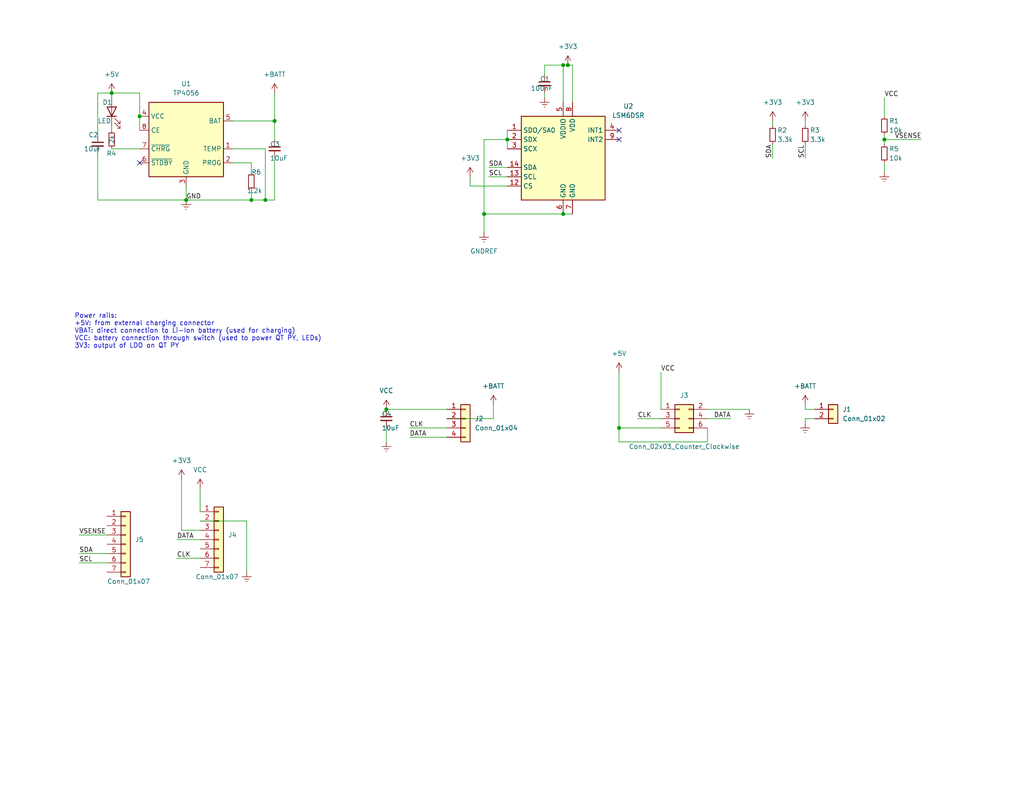
<source format=kicad_sch>
(kicad_sch (version 20211123) (generator eeschema)
  (paper "USLetter")
  (lib_symbols
    (symbol "Connector_Generic:Conn_01x02" (pin_names (offset 1.016) hide)
      (property "Reference" "J" (at 0 2.54 0))
      (property "Value" "Conn_01x02" (at 0 -5.08 0))
      (symbol "Conn_01x02_1_1"
        (rectangle (start -1.27 -2.413) (end 0 -2.667) (stroke (width 0.1524)))
        (rectangle (start -1.27 0.127) (end 0 -0.127) (stroke (width 0.1524)))
        (rectangle (start -1.27 1.27) (end 1.27 -3.81) (stroke (width 0.254)) (fill (type background)))
        (pin passive line (at -5.08 0 0) (length 3.81) (name "Pin_1") (number "1"))
        (pin passive line (at -5.08 -2.54 0) (length 3.81) (name "Pin_2") (number "2"))
      )
    )
    (symbol "Connector_Generic:Conn_01x04" (pin_names (offset 1.016) hide)
      (property "Reference" "J" (at 0 5.08 0))
      (property "Value" "Conn_01x04" (at 0 -7.62 0))
      (symbol "Conn_01x04_1_1"
        (rectangle (start -1.27 -4.953) (end 0 -5.207) (stroke (width 0.1524)))
        (rectangle (start -1.27 -2.413) (end 0 -2.667) (stroke (width 0.1524)))
        (rectangle (start -1.27 0.127) (end 0 -0.127) (stroke (width 0.1524)))
        (rectangle (start -1.27 2.667) (end 0 2.413) (stroke (width 0.1524)))
        (rectangle (start -1.27 3.81) (end 1.27 -6.35) (stroke (width 0.254)) (fill (type background)))
        (pin passive line (at -5.08 2.54 0) (length 3.81) (name "Pin_1") (number "1"))
        (pin passive line (at -5.08 0 0) (length 3.81) (name "Pin_2") (number "2"))
        (pin passive line (at -5.08 -2.54 0) (length 3.81) (name "Pin_3") (number "3"))
        (pin passive line (at -5.08 -5.08 0) (length 3.81) (name "Pin_4") (number "4"))
      )
    )
    (symbol "Connector_Generic:Conn_01x07" (pin_names (offset 1.016) hide)
      (property "Reference" "J" (at 0 10.16 0))
      (property "Value" "Conn_01x07" (at 0 -10.16 0))
      (symbol "Conn_01x07_1_1"
        (rectangle (start -1.27 -7.493) (end 0 -7.747) (stroke (width 0.1524)))
        (rectangle (start -1.27 -4.953) (end 0 -5.207) (stroke (width 0.1524)))
        (rectangle (start -1.27 -2.413) (end 0 -2.667) (stroke (width 0.1524)))
        (rectangle (start -1.27 0.127) (end 0 -0.127) (stroke (width 0.1524)))
        (rectangle (start -1.27 2.667) (end 0 2.413) (stroke (width 0.1524)))
        (rectangle (start -1.27 5.207) (end 0 4.953) (stroke (width 0.1524)))
        (rectangle (start -1.27 7.747) (end 0 7.493) (stroke (width 0.1524)))
        (rectangle (start -1.27 8.89) (end 1.27 -8.89) (stroke (width 0.254)) (fill (type background)))
        (pin passive line (at -5.08 7.62 0) (length 3.81) (name "Pin_1") (number "1"))
        (pin passive line (at -5.08 5.08 0) (length 3.81) (name "Pin_2") (number "2"))
        (pin passive line (at -5.08 2.54 0) (length 3.81) (name "Pin_3") (number "3"))
        (pin passive line (at -5.08 0 0) (length 3.81) (name "Pin_4") (number "4"))
        (pin passive line (at -5.08 -2.54 0) (length 3.81) (name "Pin_5") (number "5"))
        (pin passive line (at -5.08 -5.08 0) (length 3.81) (name "Pin_6") (number "6"))
        (pin passive line (at -5.08 -7.62 0) (length 3.81) (name "Pin_7") (number "7"))
      )
    )
    (symbol "Connector_Generic:Conn_02x03_Odd_Even" (pin_names (offset 1.016) hide)
      (property "Reference" "J" (at 1.27 5.08 0))
      (property "Value" "Conn_02x03_Odd_Even" (at 1.27 -5.08 0))
      (symbol "Conn_02x03_Odd_Even_1_1"
        (rectangle (start -1.27 -2.413) (end 0 -2.667) (stroke (width 0.1524)))
        (rectangle (start -1.27 0.127) (end 0 -0.127) (stroke (width 0.1524)))
        (rectangle (start -1.27 2.667) (end 0 2.413) (stroke (width 0.1524)))
        (rectangle (start -1.27 3.81) (end 3.81 -3.81) (stroke (width 0.254)) (fill (type background)))
        (rectangle (start 3.81 -2.413) (end 2.54 -2.667) (stroke (width 0.1524)))
        (rectangle (start 3.81 0.127) (end 2.54 -0.127) (stroke (width 0.1524)))
        (rectangle (start 3.81 2.667) (end 2.54 2.413) (stroke (width 0.1524)))
        (pin passive line (at -5.08 2.54 0) (length 3.81) (name "Pin_1") (number "1"))
        (pin passive line (at 7.62 2.54 180) (length 3.81) (name "Pin_2") (number "2"))
        (pin passive line (at -5.08 0 0) (length 3.81) (name "Pin_3") (number "3"))
        (pin passive line (at 7.62 0 180) (length 3.81) (name "Pin_4") (number "4"))
        (pin passive line (at -5.08 -2.54 0) (length 3.81) (name "Pin_5") (number "5"))
        (pin passive line (at 7.62 -2.54 180) (length 3.81) (name "Pin_6") (number "6"))
      )
    )
    (symbol "Device:C_Small" (pin_numbers hide) (pin_names (offset 0.254) hide)
      (property "Reference" "C" (at 0.254 1.778 0))
      (property "Value" "C_Small" (at 0.254 -2.032 0))
      (symbol "C_Small_0_1"
        (polyline (pts (xy -1.524 -0.508) (xy 1.524 -0.508)) (stroke (width 0.3302)))
        (polyline (pts (xy -1.524 0.508) (xy 1.524 0.508)) (stroke (width 0.3048)))
      )
      (symbol "C_Small_1_1"
        (pin passive line (at 0 2.54 270) (length 2.032) (name "~") (number "1"))
        (pin passive line (at 0 -2.54 90) (length 2.032) (name "~") (number "2"))
      )
    )
    (symbol "Device:LED" (pin_numbers hide) (pin_names (offset 1.016) hide)
      (property "Reference" "D" (at 0 2.54 0))
      (property "Value" "LED" (at 0 -2.54 0))
      (symbol "LED_0_1"
        (polyline (pts (xy -1.27 -1.27) (xy -1.27 1.27)) (stroke (width 0.254)))
        (polyline (pts (xy -1.27 0) (xy 1.27 0)))
        (polyline (pts (xy 1.27 -1.27) (xy 1.27 1.27) (xy -1.27 0) (xy 1.27 -1.27)) (stroke (width 0.254)))
        (polyline (pts (xy -3.048 -0.762) (xy -4.572 -2.286) (xy -3.81 -2.286) (xy -4.572 -2.286) (xy -4.572 -1.524)))
        (polyline (pts (xy -1.778 -0.762) (xy -3.302 -2.286) (xy -2.54 -2.286) (xy -3.302 -2.286) (xy -3.302 -1.524)))
      )
      (symbol "LED_1_1"
        (pin passive line (at -3.81 0 0) (length 2.54) (name "K") (number "1"))
        (pin passive line (at 3.81 0 180) (length 2.54) (name "A") (number "2"))
      )
    )
    (symbol "Device:R_Small" (pin_numbers hide) (pin_names (offset 0.254) hide)
      (property "Reference" "R" (at 0.762 0.508 0))
      (property "Value" "R_Small" (at 0.762 -1.016 0))
      (symbol "R_Small_0_1"
        (rectangle (start -0.762 1.778) (end 0.762 -1.778) (stroke (width 0.2032)))
      )
      (symbol "R_Small_1_1"
        (pin passive line (at 0 2.54 270) (length 0.762) (name "~") (number "1"))
        (pin passive line (at 0 -2.54 90) (length 0.762) (name "~") (number "2"))
      )
    )
    (symbol "power:+3V3" (power) (pin_names (offset 0))
      (property "Value" "+3V3" (at 0 3.556 0))
      (symbol "+3V3_0_1"
        (polyline (pts (xy -0.762 1.27) (xy 0 2.54)))
        (polyline (pts (xy 0 0) (xy 0 2.54)))
        (polyline (pts (xy 0 2.54) (xy 0.762 1.27)))
      )
      (symbol "+3V3_1_1"
        (pin power_in line (at 0 0 90) (length 0) hide (name "+3V3") (number "1"))
      )
    )
    (symbol "power:+5V" (power) (pin_names (offset 0))
      (property "Value" "+5V" (at 0 3.556 0))
      (symbol "+5V_0_1"
        (polyline (pts (xy -0.762 1.27) (xy 0 2.54)))
        (polyline (pts (xy 0 0) (xy 0 2.54)))
        (polyline (pts (xy 0 2.54) (xy 0.762 1.27)))
      )
      (symbol "+5V_1_1"
        (pin power_in line (at 0 0 90) (length 0) hide (name "+5V") (number "1"))
      )
    )
    (symbol "power:+BATT" (power) (pin_names (offset 0))
      (property "Value" "+BATT" (at 0 3.556 0))
      (symbol "+BATT_0_1"
        (polyline (pts (xy -0.762 1.27) (xy 0 2.54)))
        (polyline (pts (xy 0 0) (xy 0 2.54)))
        (polyline (pts (xy 0 2.54) (xy 0.762 1.27)))
      )
      (symbol "+BATT_1_1"
        (pin power_in line (at 0 0 90) (length 0) hide (name "+BATT") (number "1"))
      )
    )
    (symbol "power:GNDREF" (power) (pin_names (offset 0))
      (property "Value" "GNDREF" (at 0 -3.81 0))
      (symbol "GNDREF_0_1"
        (polyline (pts (xy -0.635 -1.905) (xy 0.635 -1.905)))
        (polyline (pts (xy -0.127 -2.54) (xy 0.127 -2.54)))
        (polyline (pts (xy 0 -1.27) (xy 0 0)))
        (polyline (pts (xy 1.27 -1.27) (xy -1.27 -1.27)))
      )
      (symbol "GNDREF_1_1"
        (pin power_in line (at 0 0 270) (length 0) hide (name "GNDREF") (number "1"))
      )
    )
    (symbol "power:VCC" (power) (pin_names (offset 0))
      (property "Value" "VCC" (at 0 3.81 0))
      (symbol "VCC_0_1"
        (polyline (pts (xy -0.762 1.27) (xy 0 2.54)))
        (polyline (pts (xy 0 0) (xy 0 2.54)))
        (polyline (pts (xy 0 2.54) (xy 0.762 1.27)))
      )
      (symbol "VCC_1_1"
        (pin power_in line (at 0 0 90) (length 0) hide (name "VCC") (number "1"))
      )
    )
    (symbol "shurik-personal:LSM6DSL"
      (property "Reference" "U" (at -11.43 15.24 0))
      (property "Value" "LSM6DSL" (at -11.43 12.7 0))
      (symbol "LSM6DSL_0_1"
        (rectangle (start 11.43 11.43) (end -11.43 -11.43) (stroke (width 0.254)) (fill (type background)))
      )
      (symbol "LSM6DSL_1_1"
        (pin bidirectional line (at -15.24 7.62 0) (length 3.81) (name "SDO/SA0") (number "1"))
        (pin no_connect line (at 10.16 -5.08 180) (length 3.81) hide (name "NC") (number "10"))
        (pin no_connect line (at 10.16 -2.54 180) (length 3.81) hide (name "NC") (number "11"))
        (pin input line (at -15.24 -7.62 0) (length 3.81) (name "CS") (number "12"))
        (pin input line (at -15.24 -5.08 0) (length 3.81) (name "SCL") (number "13"))
        (pin bidirectional line (at -15.24 -2.54 0) (length 3.81) (name "SDA") (number "14"))
        (pin bidirectional line (at -15.24 5.08 0) (length 3.81) (name "SDX") (number "2"))
        (pin input line (at -15.24 2.54 0) (length 3.81) (name "SCX") (number "3"))
        (pin output line (at 15.24 7.62 180) (length 3.81) (name "INT1") (number "4"))
        (pin power_in line (at 0 15.24 270) (length 3.81) (name "VDDIO") (number "5"))
        (pin power_in line (at 0 -15.24 90) (length 3.81) (name "GND") (number "6"))
        (pin power_in line (at 2.54 -15.24 90) (length 3.81) (name "GND") (number "7"))
        (pin power_in line (at 2.54 15.24 270) (length 3.81) (name "VDD") (number "8"))
        (pin output line (at 15.24 5.08 180) (length 3.81) (name "INT2") (number "9"))
      )
    )
    (symbol "shurik-personal:TP4056"
      (property "Reference" "U1" (at 0 15.24 0))
      (property "Value" "TP4056" (at 0 12.7 0))
      (symbol "TP4056_0_1"
        (rectangle (start -10.16 10.16) (end 10.16 -10.16) (stroke (width 0.254)) (fill (type background)))
      )
      (symbol "TP4056_1_1"
        (pin passive line (at 12.7 -2.54 180) (length 2.54) (name "TEMP") (number "1"))
        (pin passive line (at 12.7 -6.35 180) (length 2.54) (name "PROG") (number "2"))
        (pin power_in line (at 0 -12.7 90) (length 2.54) (name "GND") (number "3"))
        (pin power_in line (at -12.7 6.35 0) (length 2.54) (name "VCC") (number "4"))
        (pin power_out line (at 12.7 5.08 180) (length 2.54) (name "BAT") (number "5"))
        (pin passive line (at -12.7 -6.35 0) (length 2.54) (name "~{STDBY}") (number "6"))
        (pin passive line (at -12.7 -2.54 0) (length 2.54) (name "~{CHRG}") (number "7"))
        (pin passive line (at -12.7 2.54 0) (length 2.54) (name "CE") (number "8"))
        (pin power_in line (at 0 -12.7 90) (length 2.54) hide (name "EP") (number "9"))
      )
    )
  )
  (junction (at 38.1 31.75))
  (junction (at 74.93 33.02))
  (junction (at 153.67 58.42))
  (junction (at 132.08 58.42))
  (junction (at 241.3 38.1))
  (junction (at 68.58 54.61))
  (junction (at 50.8 54.61))
  (junction (at 30.48 25.4))
  (junction (at 153.67 17.78))
  (junction (at 105.41 111.76))
  (junction (at 72.39 54.61))
  (junction (at 154.94 17.78))
  (junction (at 138.43 38.1))
  (junction (at 168.91 116.84))
  (no_connect (at 38.1 44.45))
  (no_connect (at 168.91 35.56))
  (no_connect (at 168.91 38.1))
  (wire (pts (xy 72.39 40.64) (xy 72.39 54.61)))
  (wire (pts (xy 219.71 114.3) (xy 219.71 115.57)))
  (wire (pts (xy 48.26 147.32) (xy 54.61 147.32)))
  (wire (pts (xy 241.3 26.67) (xy 241.3 31.75)))
  (wire (pts (xy 210.82 33.02) (xy 210.82 34.29)))
  (wire (pts (xy 132.08 38.1) (xy 132.08 58.42)))
  (wire (pts (xy 74.93 25.4) (xy 74.93 33.02)))
  (wire (pts (xy 38.1 25.4) (xy 38.1 31.75)))
  (wire (pts (xy 26.67 25.4) (xy 30.48 25.4)))
  (wire (pts (xy 222.25 111.76) (xy 219.71 111.76)))
  (wire (pts (xy 21.59 153.67) (xy 29.21 153.67)))
  (wire (pts (xy 148.59 25.4) (xy 148.59 26.67)))
  (wire (pts (xy 38.1 31.75) (xy 38.1 35.56)))
  (wire (pts (xy 111.76 119.38) (xy 121.92 119.38)))
  (wire (pts (xy 30.48 25.4) (xy 38.1 25.4)))
  (wire (pts (xy 133.35 48.26) (xy 138.43 48.26)))
  (wire (pts (xy 210.82 39.37) (xy 210.82 43.18)))
  (wire (pts (xy 168.91 116.84) (xy 168.91 120.65)))
  (wire (pts (xy 222.25 114.3) (xy 219.71 114.3)))
  (wire (pts (xy 241.3 38.1) (xy 251.46 38.1)))
  (wire (pts (xy 153.67 17.78) (xy 154.94 17.78)))
  (wire (pts (xy 128.27 48.26) (xy 128.27 50.8)))
  (wire (pts (xy 63.5 33.02) (xy 74.93 33.02)))
  (wire (pts (xy 193.04 111.76) (xy 204.47 111.76)))
  (wire (pts (xy 132.08 58.42) (xy 153.67 58.42)))
  (wire (pts (xy 68.58 52.07) (xy 68.58 54.61)))
  (wire (pts (xy 153.67 27.94) (xy 153.67 17.78)))
  (wire (pts (xy 54.61 133.35) (xy 54.61 139.7)))
  (wire (pts (xy 68.58 44.45) (xy 68.58 46.99)))
  (wire (pts (xy 241.3 44.45) (xy 241.3 46.99)))
  (wire (pts (xy 180.34 111.76) (xy 180.34 101.6)))
  (wire (pts (xy 133.35 45.72) (xy 138.43 45.72)))
  (wire (pts (xy 63.5 40.64) (xy 72.39 40.64)))
  (wire (pts (xy 30.48 40.64) (xy 38.1 40.64)))
  (wire (pts (xy 26.67 25.4) (xy 26.67 36.83)))
  (wire (pts (xy 21.59 151.13) (xy 29.21 151.13)))
  (wire (pts (xy 193.04 120.65) (xy 168.91 120.65)))
  (wire (pts (xy 219.71 39.37) (xy 219.71 43.18)))
  (wire (pts (xy 49.53 130.81) (xy 49.53 144.78)))
  (wire (pts (xy 26.67 41.91) (xy 26.67 54.61)))
  (wire (pts (xy 138.43 38.1) (xy 138.43 40.64)))
  (wire (pts (xy 173.99 114.3) (xy 180.34 114.3)))
  (wire (pts (xy 148.59 17.78) (xy 148.59 20.32)))
  (wire (pts (xy 72.39 54.61) (xy 68.58 54.61)))
  (wire (pts (xy 241.3 38.1) (xy 241.3 39.37)))
  (wire (pts (xy 74.93 54.61) (xy 72.39 54.61)))
  (wire (pts (xy 193.04 116.84) (xy 193.04 120.65)))
  (wire (pts (xy 121.92 114.3) (xy 134.62 114.3)))
  (wire (pts (xy 138.43 38.1) (xy 132.08 38.1)))
  (wire (pts (xy 153.67 58.42) (xy 156.21 58.42)))
  (wire (pts (xy 30.48 25.4) (xy 30.48 26.67)))
  (wire (pts (xy 29.21 146.05) (xy 21.59 146.05)))
  (wire (pts (xy 219.71 33.02) (xy 219.71 34.29)))
  (wire (pts (xy 50.8 50.8) (xy 50.8 54.61)))
  (wire (pts (xy 138.43 50.8) (xy 128.27 50.8)))
  (wire (pts (xy 74.93 33.02) (xy 74.93 38.1)))
  (wire (pts (xy 105.41 116.84) (xy 105.41 120.65)))
  (wire (pts (xy 111.76 116.84) (xy 121.92 116.84)))
  (wire (pts (xy 153.67 17.78) (xy 148.59 17.78)))
  (wire (pts (xy 67.31 142.24) (xy 67.31 156.21)))
  (wire (pts (xy 48.26 152.4) (xy 54.61 152.4)))
  (wire (pts (xy 63.5 44.45) (xy 68.58 44.45)))
  (wire (pts (xy 30.48 34.29) (xy 30.48 35.56)))
  (wire (pts (xy 168.91 101.6) (xy 168.91 116.84)))
  (wire (pts (xy 193.04 114.3) (xy 199.39 114.3)))
  (wire (pts (xy 132.08 58.42) (xy 132.08 63.5)))
  (wire (pts (xy 74.93 43.18) (xy 74.93 54.61)))
  (wire (pts (xy 26.67 54.61) (xy 50.8 54.61)))
  (wire (pts (xy 241.3 36.83) (xy 241.3 38.1)))
  (wire (pts (xy 154.94 17.78) (xy 156.21 17.78)))
  (wire (pts (xy 134.62 110.49) (xy 134.62 114.3)))
  (wire (pts (xy 168.91 116.84) (xy 180.34 116.84)))
  (wire (pts (xy 50.8 54.61) (xy 68.58 54.61)))
  (wire (pts (xy 219.71 110.49) (xy 219.71 111.76)))
  (wire (pts (xy 105.41 111.76) (xy 121.92 111.76)))
  (wire (pts (xy 138.43 35.56) (xy 138.43 38.1)))
  (wire (pts (xy 54.61 144.78) (xy 49.53 144.78)))
  (wire (pts (xy 156.21 27.94) (xy 156.21 17.78)))
  (wire (pts (xy 54.61 142.24) (xy 67.31 142.24)))
  (text "Power rails:\n+5V: from external charging connector\nVBAT: direct connection to Li-Ion battery (used for charging)\nVCC: battery connection through switch (used to power QT PY, LEDs)\n3V3: output of LDO on QT PY" (at 20.32 95.25 0) (effects (font (size 1.27 1.27)) (justify left bottom)))
  (label "VSENSE" (at 251.46 38.1 180))
  (label "VCC" (at 241.3 26.67 0))
  (label "DATA" (at 111.76 119.38 0))
  (label "SDA" (at 133.35 45.72 0))
  (label "SCL" (at 133.35 48.26 0))
  (label "CLK" (at 48.26 152.4 0))
  (label "DATA" (at 48.26 147.32 0))
  (label "VSENSE" (at 21.59 146.05 0))
  (label "CLK" (at 111.76 116.84 0))
  (label "SCL" (at 21.59 153.67 0))
  (label "SDA" (at 21.59 151.13 0))
  (label "GND" (at 50.8 54.61 0))
  (label "CLK" (at 173.99 114.3 0))
  (label "VCC" (at 180.34 101.6 0))
  (label "SCL" (at 219.71 43.18 90))
  (label "DATA" (at 199.39 114.3 180))
  (label "SDA" (at 210.82 43.18 90))
  (symbol (lib_id "power:+3V3") (at 154.94 17.78 0) (unit 1)
    (property "Reference" "#PWR01" (effects hide))
    (property "Value" "+3V3" (at 154.94 12.7 0))
  )
  (symbol (lib_id "power:+BATT") (at 74.93 25.4 0) (unit 1)
    (property "Reference" "#PWR03" (effects hide))
    (property "Value" "+BATT" (at 74.93 20.32 0))
  )
  (symbol (lib_id "Device:LED") (at 30.48 30.48 90) (unit 1)
    (property "Reference" "D1" (at 27.94 27.94 90) (effects (justify right)))
    (property "Value" "LED" (at 26.67 33.02 90) (effects (justify right)))
    (property "Footprint" "LED_SMD:LED_0603_1608Metric" (effects hide))
    (property "LCSC" "C72038" (effects hide))
  )
  (symbol (lib_id "Device:R_Small") (at 241.3 34.29 0) (unit 1)
    (property "Reference" "R1" (at 242.57 33.02 0) (effects (justify left)))
    (property "Value" "10k" (at 242.57 35.56 0) (effects (justify left)))
    (property "Footprint" "Resistor_SMD:R_0603_1608Metric" (effects hide))
    (property "LCSC" "C25804" (effects hide))
  )
  (symbol (lib_id "Connector_Generic:Conn_01x07") (at 34.29 148.59 0) (unit 1)
    (property "Reference" "J5" (at 36.83 147.3199 0) (effects (justify left)))
    (property "Value" "Conn_01x07" (at 29.21 158.75 0) (effects (justify left)))
    (property "Footprint" "Connector_PinSocket_2.54mm:PinSocket_1x07_P2.54mm_Vertical" (effects hide))
  )
  (symbol (lib_id "power:+3V3") (at 49.53 130.81 0) (unit 1)
    (property "Reference" "#PWR018" (effects hide))
    (property "Value" "+3V3" (at 49.53 125.73 0))
  )
  (symbol (lib_id "Device:C_Small") (at 26.67 39.37 0) (unit 1)
    (property "Reference" "C2" (at 24.13 36.83 0) (effects (justify left)))
    (property "Value" "10uF" (at 22.86 40.64 0) (effects (justify left)))
    (property "Footprint" "Capacitor_SMD:C_0805_2012Metric" (effects hide))
    (property "LCSC" "C15850" (effects hide))
  )
  (symbol (lib_id "Connector_Generic:Conn_01x02") (at 227.33 111.76 0) (unit 1)
    (property "Reference" "J1" (at 229.87 111.7599 0) (effects (justify left)))
    (property "Value" "Conn_01x02" (at 229.87 114.2999 0) (effects (justify left)))
    (property "Footprint" "Connector_JST:JST_XH_B2B-XH-A_1x02_P2.50mm_Vertical" (effects hide))
  )
  (symbol (lib_id "power:VCC") (at 54.61 133.35 0) (unit 1)
    (property "Reference" "#PWR019" (effects hide))
    (property "Value" "VCC" (at 54.61 128.27 0))
  )
  (symbol (lib_id "power:+5V") (at 30.48 25.4 0) (unit 1)
    (property "Reference" "#PWR02" (effects hide))
    (property "Value" "+5V" (at 30.48 20.32 0))
  )
  (symbol (lib_id "power:GNDREF") (at 204.47 111.76 0) (unit 1)
    (property "Reference" "#PWR015" (effects hide))
    (property "Value" "GNDREF" (effects hide))
  )
  (symbol (lib_id "Device:C_Small") (at 105.41 114.3 0) (unit 1)
    (property "Reference" "C4" (at 104.14 113.03 0) (effects (justify left)))
    (property "Value" "10uF" (at 104.14 116.84 0) (effects (justify left)))
    (property "Footprint" "Capacitor_SMD:C_0805_2012Metric" (effects hide))
    (property "LCSC" "C15850" (effects hide))
  )
  (symbol (lib_id "power:GNDREF") (at 219.71 115.57 0) (unit 1)
    (property "Reference" "#PWR016" (effects hide))
    (property "Value" "GNDREF" (effects hide))
  )
  (symbol (lib_id "power:GNDREF") (at 132.08 63.5 0) (unit 1)
    (property "Reference" "#PWR010" (effects hide))
    (property "Value" "GNDREF" (at 132.08 68.58 0))
  )
  (symbol (lib_id "power:+BATT") (at 134.62 110.49 0) (unit 1)
    (property "Reference" "#PWR012" (effects hide))
    (property "Value" "+BATT" (at 134.62 105.41 0))
  )
  (symbol (lib_id "Device:C_Small") (at 74.93 40.64 0) (unit 1)
    (property "Reference" "C3" (at 73.66 39.37 0) (effects (justify left)))
    (property "Value" "10uF" (at 73.66 43.18 0) (effects (justify left)))
    (property "Footprint" "Capacitor_SMD:C_0805_2012Metric" (effects hide))
    (property "LCSC" "C15850" (effects hide))
  )
  (symbol (lib_id "Device:C_Small") (at 148.59 22.86 0) (unit 1)
    (property "Reference" "C1" (at 147.32 21.59 0) (effects (justify left)))
    (property "Value" "100nF" (at 144.78 24.13 0) (effects (justify left)))
    (property "Footprint" "Capacitor_SMD:C_0603_1608Metric" (effects hide))
    (property "LCSC" "C14663" (effects hide))
  )
  (symbol (lib_id "power:GNDREF") (at 148.59 26.67 0) (unit 1)
    (property "Reference" "#PWR04" (effects hide))
    (property "Value" "GNDREF" (effects hide))
  )
  (symbol (lib_id "shurik-personal:LSM6DSL") (at 153.67 43.18 0) (unit 1)
    (property "Reference" "U2" (at 171.45 28.9812 0))
    (property "Value" "LSM6DSR" (at 171.45 31.5212 0))
    (property "Footprint" "Package_LGA:Bosch_LGA-14_3x2.5mm_P0.5mm" (effects hide))
    (property "Datasheet" "https://www.st.com/resource/en/datasheet/lsm6dsl.pdf" (effects hide))
  )
  (symbol (lib_id "Connector_Generic:Conn_01x04") (at 127 114.3 0) (unit 1)
    (property "Reference" "J2" (at 129.54 114.2999 0) (effects (justify left)))
    (property "Value" "Conn_01x04" (at 129.54 116.8399 0) (effects (justify left)))
    (property "Footprint" "shurik-personal:connector-4p-large-nosilk" (effects hide))
  )
  (symbol (lib_id "power:+3V3") (at 210.82 33.02 0) (unit 1)
    (property "Reference" "#PWR05" (effects hide))
    (property "Value" "+3V3" (at 210.82 27.94 0))
  )
  (symbol (lib_id "Device:R_Small") (at 241.3 41.91 0) (unit 1)
    (property "Reference" "R5" (at 242.57 40.64 0) (effects (justify left)))
    (property "Value" "10k" (at 242.57 43.18 0) (effects (justify left)))
    (property "Footprint" "Resistor_SMD:R_0603_1608Metric" (effects hide))
    (property "LCSC" "C25804" (effects hide))
  )
  (symbol (lib_id "power:GNDREF") (at 67.31 156.21 0) (unit 1)
    (property "Reference" "#PWR020" (effects hide))
    (property "Value" "GNDREF" (effects hide))
  )
  (symbol (lib_id "Device:R_Small") (at 210.82 36.83 0) (unit 1)
    (property "Reference" "R2" (at 212.09 35.56 0) (effects (justify left)))
    (property "Value" "3.3k" (at 212.09 38.1 0) (effects (justify left)))
    (property "Footprint" "Resistor_SMD:R_0603_1608Metric" (effects hide))
    (property "LCSC" "C22978" (effects hide))
  )
  (symbol (lib_id "power:GNDREF") (at 105.41 120.65 0) (unit 1)
    (property "Reference" "#PWR017" (effects hide))
    (property "Value" "GNDREF" (effects hide))
  )
  (symbol (lib_id "Device:R_Small") (at 219.71 36.83 0) (unit 1)
    (property "Reference" "R3" (at 220.98 35.56 0) (effects (justify left)))
    (property "Value" "3.3k" (at 220.98 38.1 0) (effects (justify left)))
    (property "Footprint" "Resistor_SMD:R_0603_1608Metric" (effects hide))
    (property "LCSC" "C22978" (effects hide))
  )
  (symbol (lib_id "power:GNDREF") (at 241.3 46.99 0) (unit 1)
    (property "Reference" "#PWR07" (effects hide))
    (property "Value" "GNDREF" (effects hide))
  )
  (symbol (lib_id "power:VCC") (at 105.41 111.76 0) (unit 1)
    (property "Reference" "#PWR014" (effects hide))
    (property "Value" "VCC" (at 105.41 106.68 0))
  )
  (symbol (lib_id "Device:R_Small") (at 30.48 38.1 180) (unit 1)
    (property "Reference" "R4" (at 31.75 41.91 0) (effects (justify left)))
    (property "Value" "2k" (at 30.48 36.83 90) (effects (justify left)))
    (property "Footprint" "Resistor_SMD:R_0603_1608Metric" (effects hide))
    (property "LCSC" "C22975" (effects hide))
  )
  (symbol (lib_id "power:+3V3") (at 128.27 48.26 0) (unit 1)
    (property "Reference" "#PWR08" (effects hide))
    (property "Value" "+3V3" (at 128.27 43.18 0))
  )
  (symbol (lib_id "Connector_Generic:Conn_01x07") (at 59.69 147.32 0) (unit 1)
    (property "Reference" "J4" (at 62.23 146.0499 0) (effects (justify left)))
    (property "Value" "Conn_01x07" (at 53.34 157.48 0) (effects (justify left)))
    (property "Footprint" "Connector_PinSocket_2.54mm:PinSocket_1x07_P2.54mm_Vertical" (effects hide))
  )
  (symbol (lib_id "power:+BATT") (at 219.71 110.49 0) (unit 1)
    (property "Reference" "#PWR013" (effects hide))
    (property "Value" "+BATT" (at 219.71 105.41 0))
  )
  (symbol (lib_id "power:GNDREF") (at 50.8 54.61 0) (unit 1)
    (property "Reference" "#PWR09" (effects hide))
    (property "Value" "GNDREF" (effects hide))
  )
  (symbol (lib_id "power:+5V") (at 168.91 101.6 0) (unit 1)
    (property "Reference" "#PWR011" (effects hide))
    (property "Value" "+5V" (at 168.91 96.52 0))
  )
  (symbol (lib_id "shurik-personal:TP4056") (at 50.8 38.1 0) (unit 1)
    (property "Reference" "U1" (at 50.8 22.86 0))
    (property "Value" "TP4056" (at 50.8 25.4 0))
    (property "Footprint" "Package_SO:HSOP-8-1EP_3.9x4.9mm_P1.27mm_EP2.41x3.1mm_ThermalVias" (effects hide))
    (property "Datasheet" "http://www.tp4056.com/d/tp4056.pdf" (effects hide))
    (property "LCSC" "C16581" (effects hide))
  )
  (symbol (lib_id "Connector_Generic:Conn_02x03_Odd_Even") (at 185.42 114.3 0) (unit 1)
    (property "Reference" "J3" (at 186.69 107.95 0))
    (property "Value" "Conn_02x03_Counter_Clockwise" (at 186.69 121.92 0))
    (property "Footprint" "Connector_PinSocket_2.54mm:PinSocket_2x03_P2.54mm_Horizontal" (effects hide))
  )
  (symbol (lib_id "power:+3V3") (at 219.71 33.02 0) (unit 1)
    (property "Reference" "#PWR06" (effects hide))
    (property "Value" "+3V3" (at 219.71 27.94 0))
  )
  (symbol (lib_id "Device:R_Small") (at 68.58 49.53 0) (unit 1)
    (property "Reference" "R6" (at 68.58 46.99 0) (effects (justify left)))
    (property "Value" "1.2k" (at 67.31 52.07 0) (effects (justify left)))
    (property "Footprint" "Resistor_SMD:R_0603_1608Metric" (effects hide))
    (property "LCSC" "C22765" (effects hide))
  )
)
</source>
